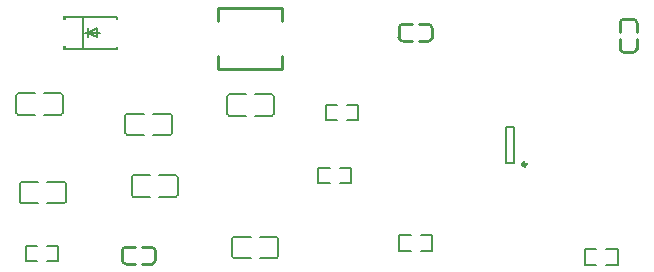
<source format=gto>
G04 Layer: TopSilkscreenLayer*
G04 EasyEDA Pro v2.2.31.6, 2024-09-23 19:55:52*
G04 Gerber Generator version 0.3*
G04 Scale: 100 percent, Rotated: No, Reflected: No*
G04 Dimensions in millimeters*
G04 Leading zeros omitted, absolute positions, 3 integers and 5 decimals*
%FSLAX35Y35*%
%MOMM*%
%ADD10C,0.1524*%
%ADD11C,0.254*%
%ADD12C,0.15199*%
%ADD13C,0.127*%
%ADD14C,0.3*%
G75*


G04 PolygonModel Start*
G54D10*
G01X503504Y-1224504D02*
G01X362504Y-1224504D01*
G01X362504Y-1405225D02*
G01X503504Y-1405225D01*
G01X518744Y-1389985D02*
G01X518744Y-1239744D01*
G01X141265Y-1224504D02*
G01X282265Y-1224504D01*
G01X282265Y-1405225D02*
G01X141265Y-1405225D01*
G01X126025Y-1389985D02*
G01X126025Y-1239744D01*
G01X503504Y-1405225D02*
G03X518744Y-1389985I0J15240D01*
G01X518744Y-1239744D02*
G03X503504Y-1224504I-15240J0D01*
G01X141265Y-1405225D02*
G02X126025Y-1389985I0J15240D01*
G01X126025Y-1239744D02*
G02X141265Y-1224504I15240J0D01*
G01X529664Y-1973804D02*
G01X388663Y-1973804D01*
G01X388663Y-2154525D02*
G01X529664Y-2154525D01*
G01X544904Y-2139285D02*
G01X544904Y-1989044D01*
G01X167424Y-1973804D02*
G01X308425Y-1973804D01*
G01X308425Y-2154525D02*
G01X167424Y-2154525D01*
G01X152184Y-2139285D02*
G01X152184Y-1989044D01*
G01X529664Y-2154525D02*
G03X544904Y-2139285I0J15240D01*
G01X544904Y-1989044D02*
G03X529664Y-1973804I-15240J0D01*
G01X167424Y-2154525D02*
G02X152184Y-2139285I0J15240D01*
G01X152184Y-1989044D02*
G02X167424Y-1973804I15240J0D01*
G54D11*
G01X1301176Y-2557587D02*
G01X1301176Y-2637589D01*
G01X1190201Y-2526601D02*
G01X1270198Y-2526601D01*
G01X1190201Y-2668567D02*
G01X1270198Y-2668567D01*
G01X1132611Y-2526020D02*
G01X1052612Y-2526020D01*
G01X1021629Y-2557003D02*
G01X1021629Y-2637000D01*
G01X1132611Y-2667980D02*
G01X1052612Y-2667980D01*
G01X1021624Y-2557003D02*
G02X1052606Y-2526020I30983J0D01*
G01X1052606Y-2667986D02*
G02X1021624Y-2637000I0J30983D01*
G01X1270193Y-2526601D02*
G02X1301176Y-2557587I0J-30983D01*
G01X1301176Y-2637584D02*
G02X1270193Y-2668567I-30983J0D01*
G01X3644202Y-671223D02*
G01X3644202Y-751225D01*
G01X3533226Y-640237D02*
G01X3613224Y-640237D01*
G01X3533226Y-782203D02*
G01X3613224Y-782203D01*
G01X3475637Y-639656D02*
G01X3395637Y-639656D01*
G01X3364654Y-670639D02*
G01X3364654Y-750636D01*
G01X3475637Y-781616D02*
G01X3395637Y-781616D01*
G01X3364649Y-670639D02*
G02X3395632Y-639656I30983J0D01*
G01X3395632Y-781621D02*
G02X3364649Y-750636I0J30983D01*
G01X3613219Y-640237D02*
G02X3644202Y-671223I0J-30983D01*
G01X3644202Y-751220D02*
G02X3613219Y-782203I-30983J0D01*
G54D10*
G01X1425903Y-1396172D02*
G01X1284902Y-1396172D01*
G01X1284902Y-1576893D02*
G01X1425903Y-1576893D01*
G01X1441143Y-1561653D02*
G01X1441143Y-1411412D01*
G01X1063663Y-1396172D02*
G01X1204664Y-1396172D01*
G01X1204664Y-1576893D02*
G01X1063663Y-1576893D01*
G01X1048423Y-1561653D02*
G01X1048423Y-1411412D01*
G01X1425903Y-1576893D02*
G03X1441143Y-1561653I0J15240D01*
G01X1441143Y-1411412D02*
G03X1425903Y-1396172I-15240J0D01*
G01X1063663Y-1576893D02*
G02X1048423Y-1561653I0J15240D01*
G01X1048423Y-1411412D02*
G02X1063663Y-1396172I15240J0D01*
G01X1477462Y-1916872D02*
G01X1336462Y-1916872D01*
G01X1336462Y-2097593D02*
G01X1477462Y-2097593D01*
G01X1492702Y-2082353D02*
G01X1492702Y-1932112D01*
G01X1115223Y-1916872D02*
G01X1256223Y-1916872D01*
G01X1256223Y-2097593D02*
G01X1115223Y-2097593D01*
G01X1099983Y-2082353D02*
G01X1099983Y-1932112D01*
G01X1477462Y-2097593D02*
G03X1492702Y-2082353I0J15240D01*
G01X1492702Y-1932112D02*
G03X1477462Y-1916872I-15240J0D01*
G01X1115223Y-2097593D02*
G02X1099983Y-2082353I0J15240D01*
G01X1099983Y-1932112D02*
G02X1115223Y-1916872I15240J0D01*
G01X2329122Y-2437572D02*
G01X2188121Y-2437572D01*
G01X2188121Y-2618293D02*
G01X2329122Y-2618293D01*
G01X2344362Y-2603053D02*
G01X2344362Y-2452812D01*
G01X1966882Y-2437572D02*
G01X2107883Y-2437572D01*
G01X2107883Y-2618293D02*
G01X1966882Y-2618293D01*
G01X1951642Y-2603053D02*
G01X1951642Y-2452812D01*
G01X2329122Y-2618293D02*
G03X2344362Y-2603053I0J15240D01*
G01X2344362Y-2452812D02*
G03X2329122Y-2437572I-15240J0D01*
G01X1966882Y-2618293D02*
G02X1951642Y-2603053I0J15240D01*
G01X1951642Y-2452812D02*
G02X1966882Y-2437572I15240J0D01*
G01X1927080Y-1411160D02*
G01X2068081Y-1411160D01*
G01X2068081Y-1230439D02*
G01X1927080Y-1230439D01*
G01X1911840Y-1245679D02*
G01X1911840Y-1395920D01*
G01X2289320Y-1411160D02*
G01X2148319Y-1411160D01*
G01X2148319Y-1230439D02*
G01X2289320Y-1230439D01*
G01X2304560Y-1245679D02*
G01X2304560Y-1395920D01*
G01X1927080Y-1230439D02*
G03X1911840Y-1245679I0J-15240D01*
G01X1911840Y-1395920D02*
G03X1927080Y-1411160I15240J0D01*
G01X2289320Y-1230439D02*
G02X2304560Y-1245679I0J-15240D01*
G01X2304560Y-1395920D02*
G02X2289320Y-1411160I-15240J0D01*
G54D11*
G01X5268119Y-596553D02*
G01X5348121Y-596553D01*
G01X5237133Y-707528D02*
G01X5237133Y-627531D01*
G01X5379099Y-707528D02*
G01X5379099Y-627531D01*
G01X5236552Y-765118D02*
G01X5236552Y-845118D01*
G01X5267535Y-876101D02*
G01X5347532Y-876101D01*
G01X5378512Y-765118D02*
G01X5378512Y-845118D01*
G01X5267535Y-876106D02*
G02X5236552Y-845123I0J30983D01*
G01X5378517Y-845123D02*
G02X5347532Y-876106I-30983J0D01*
G01X5237133Y-627536D02*
G02X5268119Y-596553I30983J0D01*
G01X5348116Y-596553D02*
G02X5379099Y-627536I0J-30983D01*
G54D12*
G01X975711Y-580067D02*
G01X975711Y-585168D01*
G01X975718Y-584926D02*
G01X975718Y-593811D01*
G01X548988Y-576202D02*
G01X974385Y-575534D01*
G01X974382Y-829541D02*
G01X974382Y-834641D01*
G01X975050Y-835977D02*
G01X975050Y-844982D01*
G54D10*
G01X548988Y-846318D02*
G01X973046Y-844979D01*
G54D13*
G01X836105Y-711716D02*
G01X709105Y-711716D01*
G01X810712Y-673616D02*
G01X734512Y-711716D01*
G01X734512Y-711716D02*
G01X734512Y-749816D01*
G01X810712Y-749816D02*
G01X734512Y-711716D01*
G01X810712Y-711716D02*
G01X810712Y-749816D01*
G01X734512Y-711716D02*
G01X734512Y-673616D01*
G01X810712Y-711716D02*
G01X810712Y-673616D01*
G54D10*
G01X692988Y-576202D02*
G01X692988Y-846437D01*
G36*
G01X548991Y-853940D02*
G01X548988Y-822201D01*
G01X518988Y-822201D01*
G01X518988Y-853940D01*
G01X548991Y-853940D01*
G37*
G36*
G01X548988Y-568201D02*
G01X548988Y-601200D01*
G01X518988Y-601200D01*
G01X518508Y-568201D01*
G01X548988Y-568201D01*
G37*
G54D11*
G01X2375084Y-1019995D02*
G01X1835085Y-1019998D01*
G01X1835085Y-499999D02*
G01X2375084Y-500002D01*
G01X1835085Y-499999D02*
G01X1835085Y-611883D01*
G01X1835085Y-908113D02*
G01X1835085Y-1019998D01*
G01X2375084Y-1019995D02*
G01X2375084Y-908113D01*
G01X2375084Y-611883D02*
G01X2375084Y-500002D01*
G54D10*
G01X2776779Y-1851640D02*
G01X2680891Y-1851640D01*
G01X2680891Y-1851640D02*
G01X2680891Y-1983760D01*
G01X2680891Y-1983760D02*
G01X2776779Y-1983760D01*
G01X2862021Y-1851640D02*
G01X2957909Y-1851640D01*
G01X2957909Y-1851640D02*
G01X2957909Y-1983760D01*
G01X2957909Y-1983760D02*
G01X2862021Y-1983760D01*
G01X385521Y-2644160D02*
G01X481409Y-2644160D01*
G01X481409Y-2644160D02*
G01X481409Y-2512040D01*
G01X481409Y-2512040D02*
G01X385521Y-2512040D01*
G01X300279Y-2644160D02*
G01X204391Y-2644160D01*
G01X204391Y-2644160D02*
G01X204391Y-2512040D01*
G01X204391Y-2512040D02*
G01X300279Y-2512040D01*
G01X2840279Y-1318240D02*
G01X2744391Y-1318240D01*
G01X2744391Y-1318240D02*
G01X2744391Y-1450360D01*
G01X2744391Y-1450360D02*
G01X2840279Y-1450360D01*
G01X2925521Y-1318240D02*
G01X3021409Y-1318240D01*
G01X3021409Y-1318240D02*
G01X3021409Y-1450360D01*
G01X3021409Y-1450360D02*
G01X2925521Y-1450360D01*
G01X3462579Y-2423140D02*
G01X3366691Y-2423140D01*
G01X3366691Y-2423140D02*
G01X3366691Y-2555260D01*
G01X3366691Y-2555260D02*
G01X3462579Y-2555260D01*
G01X3547821Y-2423140D02*
G01X3643709Y-2423140D01*
G01X3643709Y-2423140D02*
G01X3643709Y-2555260D01*
G01X3643709Y-2555260D02*
G01X3547821Y-2555260D01*
G01X5119051Y-2673261D02*
G01X5214939Y-2673261D01*
G01X5214939Y-2673261D02*
G01X5214939Y-2541140D01*
G01X5214939Y-2541140D02*
G01X5119051Y-2541140D01*
G01X5033809Y-2673261D02*
G01X4937921Y-2673261D01*
G01X4937921Y-2673261D02*
G01X4937921Y-2541140D01*
G01X4937921Y-2541140D02*
G01X5033809Y-2541140D01*
G01X4342440Y-1816321D02*
G01X4268160Y-1816321D01*
G01X4268160Y-1816321D02*
G01X4268160Y-1511079D01*
G01X4268160Y-1511079D02*
G01X4342440Y-1511079D01*
G01X4342440Y-1511079D02*
G01X4342440Y-1816321D01*

G04 Circle Start*
G54D14*
G01X4411396Y-1824634D02*
G03X4441419Y-1824634I15011J0D01*
G03X4411396Y-1824634I-15011J0D01*
G04 Circle End*

M02*


</source>
